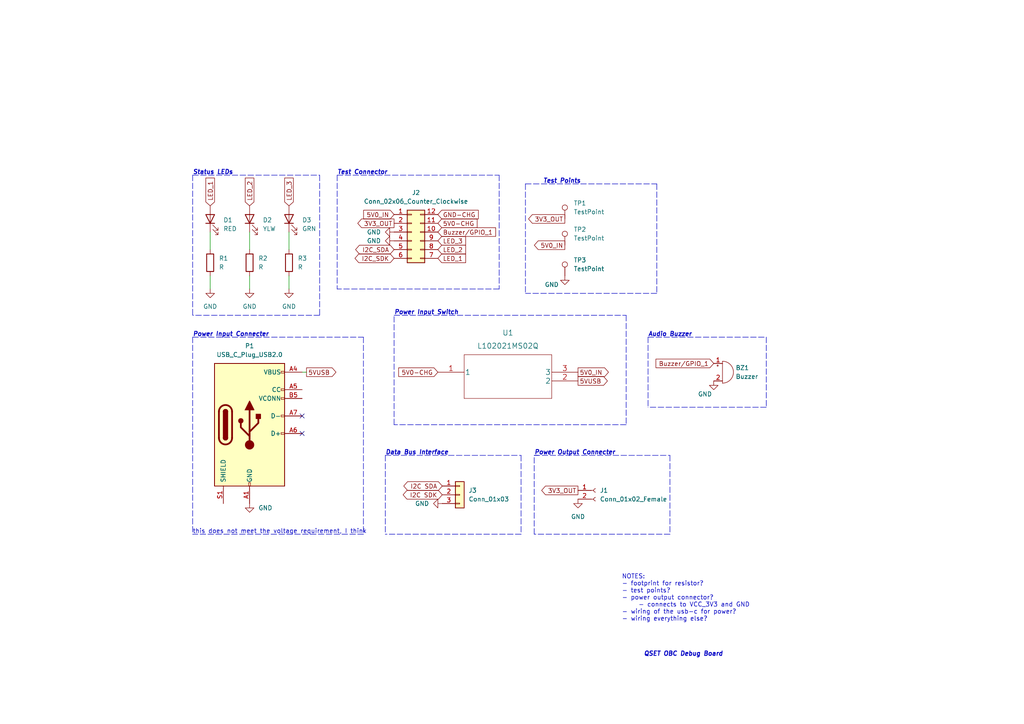
<source format=kicad_sch>
(kicad_sch (version 20211123) (generator eeschema)
  (paper "A4")
  (lib_symbols
    (symbol "Connector:Conn_01x02_Female" (pin_names (offset 1.016) hide)
      (property "Reference" "J" (at 0 2.54 0))
      (property "Value" "Conn_01x02_Female" (at 0 -5.08 0))
      (symbol "Conn_01x02_Female_1_1"
        (arc (start 0 -2.032) (mid -0.508 -2.54) (end 0 -3.048) (stroke (width 0.1524)))
        (polyline (pts (xy -1.27 -2.54) (xy -0.508 -2.54)) (stroke (width 0.1524)))
        (polyline (pts (xy -1.27 0) (xy -0.508 0)) (stroke (width 0.1524)))
        (arc (start 0 0.508) (mid -0.508 0) (end 0 -0.508) (stroke (width 0.1524)))
        (pin passive line (at -5.08 0 0) (length 3.81) (name "Pin_1") (number "1"))
        (pin passive line (at -5.08 -2.54 0) (length 3.81) (name "Pin_2") (number "2"))
      )
    )
    (symbol "Connector:TestPoint" (pin_numbers hide) (pin_names (offset 0.762) hide)
      (property "Reference" "TP" (at 0 6.858 0))
      (property "Value" "TestPoint" (at 0 5.08 0))
      (symbol "TestPoint_0_1"
        (circle (center 0 3.302) (radius 0.762))
      )
      (symbol "TestPoint_1_1"
        (pin passive line (at 0 0 90) (length 2.54) (name "1") (number "1"))
      )
    )
    (symbol "Connector:USB_C_Plug_USB2.0" (pin_names (offset 1.016))
      (property "Reference" "P" (at -10.16 19.05 0))
      (property "Value" "USB_C_Plug_USB2.0" (at 12.7 19.05 0))
      (symbol "USB_C_Plug_USB2.0_0_0"
        (rectangle (start -0.254 -17.78) (end 0.254 -16.764))
        (rectangle (start 10.16 -2.286) (end 9.144 -2.794))
        (rectangle (start 10.16 2.794) (end 9.144 2.286))
        (rectangle (start 10.16 7.874) (end 9.144 7.366))
        (rectangle (start 10.16 10.414) (end 9.144 9.906))
        (rectangle (start 10.16 15.494) (end 9.144 14.986))
      )
      (symbol "USB_C_Plug_USB2.0_0_1"
        (rectangle (start -10.16 17.78) (end 10.16 -17.78) (stroke (width 0.254)) (fill (type background)))
        (arc (start -8.89 -3.81) (mid -6.985 -5.715) (end -5.08 -3.81) (stroke (width 0.508)))
        (arc (start -7.62 -3.81) (mid -6.985 -4.445) (end -6.35 -3.81) (stroke (width 0.254)))
        (arc (start -7.62 -3.81) (mid -6.985 -4.445) (end -6.35 -3.81) (stroke (width 0.254)) (fill (type outline)))
        (rectangle (start -7.62 -3.81) (end -6.35 3.81) (stroke (width 0.254)) (fill (type outline)))
        (arc (start -6.35 3.81) (mid -6.985 4.445) (end -7.62 3.81) (stroke (width 0.254)))
        (arc (start -6.35 3.81) (mid -6.985 4.445) (end -7.62 3.81) (stroke (width 0.254)) (fill (type outline)))
        (arc (start -5.08 3.81) (mid -6.985 5.715) (end -8.89 3.81) (stroke (width 0.508)))
        (circle (center -2.54 1.143) (radius 0.635) (stroke (width 0.254)) (fill (type outline)))
        (circle (center 0 -5.842) (radius 1.27) (fill (type outline)))
        (polyline (pts (xy -8.89 -3.81) (xy -8.89 3.81)) (stroke (width 0.508)))
        (polyline (pts (xy -5.08 3.81) (xy -5.08 -3.81)) (stroke (width 0.508)))
        (polyline (pts (xy 0 -5.842) (xy 0 4.318)) (stroke (width 0.508)))
        (polyline (pts (xy 0 -3.302) (xy -2.54 -0.762) (xy -2.54 0.508)) (stroke (width 0.508)))
        (polyline (pts (xy 0 -2.032) (xy 2.54 0.508) (xy 2.54 1.778)) (stroke (width 0.508)))
        (polyline (pts (xy -1.27 4.318) (xy 0 6.858) (xy 1.27 4.318) (xy -1.27 4.318)) (stroke (width 0.254)) (fill (type outline)))
        (rectangle (start 1.905 1.778) (end 3.175 3.048) (stroke (width 0.254)) (fill (type outline)))
      )
      (symbol "USB_C_Plug_USB2.0_1_1"
        (pin passive line (at 0 -22.86 90) (length 5.08) (name "GND") (number "A1"))
        (pin passive line (at 0 -22.86 90) (length 5.08) hide (name "GND") (number "A12"))
        (pin passive line (at 15.24 15.24 180) (length 5.08) (name "VBUS") (number "A4"))
        (pin bidirectional line (at 15.24 10.16 180) (length 5.08) (name "CC") (number "A5"))
        (pin bidirectional line (at 15.24 -2.54 180) (length 5.08) (name "D+") (number "A6"))
        (pin bidirectional line (at 15.24 2.54 180) (length 5.08) (name "D-") (number "A7"))
        (pin passive line (at 15.24 15.24 180) (length 5.08) hide (name "VBUS") (number "A9"))
        (pin passive line (at 0 -22.86 90) (length 5.08) hide (name "GND") (number "B1"))
        (pin passive line (at 0 -22.86 90) (length 5.08) hide (name "GND") (number "B12"))
        (pin passive line (at 15.24 15.24 180) (length 5.08) hide (name "VBUS") (number "B4"))
        (pin bidirectional line (at 15.24 7.62 180) (length 5.08) (name "VCONN") (number "B5"))
        (pin passive line (at 15.24 15.24 180) (length 5.08) hide (name "VBUS") (number "B9"))
        (pin passive line (at -7.62 -22.86 90) (length 5.08) (name "SHIELD") (number "S1"))
      )
    )
    (symbol "Connector_Generic:Conn_01x03" (pin_names (offset 1.016) hide)
      (property "Reference" "J" (at 0 5.08 0))
      (property "Value" "Conn_01x03" (at 0 -5.08 0))
      (symbol "Conn_01x03_1_1"
        (rectangle (start -1.27 -2.413) (end 0 -2.667) (stroke (width 0.1524)))
        (rectangle (start -1.27 0.127) (end 0 -0.127) (stroke (width 0.1524)))
        (rectangle (start -1.27 2.667) (end 0 2.413) (stroke (width 0.1524)))
        (rectangle (start -1.27 3.81) (end 1.27 -3.81) (stroke (width 0.254)) (fill (type background)))
        (pin passive line (at -5.08 2.54 0) (length 3.81) (name "Pin_1") (number "1"))
        (pin passive line (at -5.08 0 0) (length 3.81) (name "Pin_2") (number "2"))
        (pin passive line (at -5.08 -2.54 0) (length 3.81) (name "Pin_3") (number "3"))
      )
    )
    (symbol "Connector_Generic:Conn_02x06_Counter_Clockwise" (pin_names (offset 1.016) hide)
      (property "Reference" "J" (at 1.27 7.62 0))
      (property "Value" "Conn_02x06_Counter_Clockwise" (at 1.27 -10.16 0))
      (symbol "Conn_02x06_Counter_Clockwise_1_1"
        (rectangle (start -1.27 -7.493) (end 0 -7.747) (stroke (width 0.1524)))
        (rectangle (start -1.27 -4.953) (end 0 -5.207) (stroke (width 0.1524)))
        (rectangle (start -1.27 -2.413) (end 0 -2.667) (stroke (width 0.1524)))
        (rectangle (start -1.27 0.127) (end 0 -0.127) (stroke (width 0.1524)))
        (rectangle (start -1.27 2.667) (end 0 2.413) (stroke (width 0.1524)))
        (rectangle (start -1.27 5.207) (end 0 4.953) (stroke (width 0.1524)))
        (rectangle (start -1.27 6.35) (end 3.81 -8.89) (stroke (width 0.254)) (fill (type background)))
        (rectangle (start 3.81 -7.493) (end 2.54 -7.747) (stroke (width 0.1524)))
        (rectangle (start 3.81 -4.953) (end 2.54 -5.207) (stroke (width 0.1524)))
        (rectangle (start 3.81 -2.413) (end 2.54 -2.667) (stroke (width 0.1524)))
        (rectangle (start 3.81 0.127) (end 2.54 -0.127) (stroke (width 0.1524)))
        (rectangle (start 3.81 2.667) (end 2.54 2.413) (stroke (width 0.1524)))
        (rectangle (start 3.81 5.207) (end 2.54 4.953) (stroke (width 0.1524)))
        (pin passive line (at -5.08 5.08 0) (length 3.81) (name "Pin_1") (number "1"))
        (pin passive line (at 7.62 0 180) (length 3.81) (name "Pin_10") (number "10"))
        (pin passive line (at 7.62 2.54 180) (length 3.81) (name "Pin_11") (number "11"))
        (pin passive line (at 7.62 5.08 180) (length 3.81) (name "Pin_12") (number "12"))
        (pin passive line (at -5.08 2.54 0) (length 3.81) (name "Pin_2") (number "2"))
        (pin passive line (at -5.08 0 0) (length 3.81) (name "Pin_3") (number "3"))
        (pin passive line (at -5.08 -2.54 0) (length 3.81) (name "Pin_4") (number "4"))
        (pin passive line (at -5.08 -5.08 0) (length 3.81) (name "Pin_5") (number "5"))
        (pin passive line (at -5.08 -7.62 0) (length 3.81) (name "Pin_6") (number "6"))
        (pin passive line (at 7.62 -7.62 180) (length 3.81) (name "Pin_7") (number "7"))
        (pin passive line (at 7.62 -5.08 180) (length 3.81) (name "Pin_8") (number "8"))
        (pin passive line (at 7.62 -2.54 180) (length 3.81) (name "Pin_9") (number "9"))
      )
    )
    (symbol "Daughterboard_Symbols:L102021MS02Q" (pin_names (offset 0.254))
      (property "Reference" "U" (at 20.32 10.16 0))
      (property "Value" "L102021MS02Q" (at 20.32 7.62 0))
      (symbol "L102021MS02Q_1_1"
        (polyline (pts (xy 7.62 -7.62) (xy 33.02 -7.62)) (stroke (width 0.127)))
        (polyline (pts (xy 7.62 5.08) (xy 7.62 -7.62)) (stroke (width 0.127)))
        (polyline (pts (xy 33.02 -7.62) (xy 33.02 5.08)) (stroke (width 0.127)))
        (polyline (pts (xy 33.02 5.08) (xy 7.62 5.08)) (stroke (width 0.127)))
        (pin unspecified line (at 0 0 0) (length 7.62) (name "1") (number "1"))
        (pin unspecified line (at 40.64 -2.54 180) (length 7.62) (name "2") (number "2"))
        (pin unspecified line (at 40.64 0 180) (length 7.62) (name "3") (number "3"))
      )
    )
    (symbol "Device:Buzzer" (pin_names (offset 0.0254) hide)
      (property "Reference" "BZ" (at 3.81 1.27 0))
      (property "Value" "Buzzer" (at 3.81 -1.27 0))
      (symbol "Buzzer_0_1"
        (arc (start 0 -3.175) (mid 3.175 0) (end 0 3.175))
        (polyline (pts (xy -1.651 1.905) (xy -1.143 1.905)))
        (polyline (pts (xy -1.397 2.159) (xy -1.397 1.651)))
        (polyline (pts (xy 0 3.175) (xy 0 -3.175)))
      )
      (symbol "Buzzer_1_1"
        (pin passive line (at -2.54 2.54 0) (length 2.54) (name "-") (number "1"))
        (pin passive line (at -2.54 -2.54 0) (length 2.54) (name "+") (number "2"))
      )
    )
    (symbol "Device:LED" (pin_numbers hide) (pin_names (offset 1.016) hide)
      (property "Reference" "D" (at 0 2.54 0))
      (property "Value" "LED" (at 0 -2.54 0))
      (symbol "LED_0_1"
        (polyline (pts (xy -1.27 -1.27) (xy -1.27 1.27)) (stroke (width 0.254)))
        (polyline (pts (xy -1.27 0) (xy 1.27 0)))
        (polyline (pts (xy 1.27 -1.27) (xy 1.27 1.27) (xy -1.27 0) (xy 1.27 -1.27)) (stroke (width 0.254)))
        (polyline (pts (xy -3.048 -0.762) (xy -4.572 -2.286) (xy -3.81 -2.286) (xy -4.572 -2.286) (xy -4.572 -1.524)))
        (polyline (pts (xy -1.778 -0.762) (xy -3.302 -2.286) (xy -2.54 -2.286) (xy -3.302 -2.286) (xy -3.302 -1.524)))
      )
      (symbol "LED_1_1"
        (pin passive line (at -3.81 0 0) (length 2.54) (name "K") (number "1"))
        (pin passive line (at 3.81 0 180) (length 2.54) (name "A") (number "2"))
      )
    )
    (symbol "Device:R" (pin_numbers hide) (pin_names (offset 0))
      (property "Reference" "R" (at 2.032 0 90))
      (property "Value" "R" (at 0 0 90))
      (symbol "R_0_1"
        (rectangle (start -1.016 -2.54) (end 1.016 2.54) (stroke (width 0.254)))
      )
      (symbol "R_1_1"
        (pin passive line (at 0 3.81 270) (length 1.27) (name "~") (number "1"))
        (pin passive line (at 0 -3.81 90) (length 1.27) (name "~") (number "2"))
      )
    )
    (symbol "power:GND" (power) (pin_names (offset 0))
      (property "Value" "GND" (at 0 -3.81 0))
      (symbol "GND_0_1"
        (polyline (pts (xy 0 0) (xy 0 -1.27) (xy 1.27 -1.27) (xy 0 -2.54) (xy -1.27 -1.27) (xy 0 -1.27)))
      )
      (symbol "GND_1_1"
        (pin power_in line (at 0 0 270) (length 0) hide (name "GND") (number "1"))
      )
    )
  )
  (no_connect (at 87.63 125.73))
  (no_connect (at 87.63 120.65))
  (polyline (pts (xy 154.94 132.08) (xy 156.21 132.08)))
  (polyline (pts (xy 187.96 97.79) (xy 222.25 97.79)))
  (polyline (pts (xy 152.4 53.34) (xy 152.4 85.09)))
  (polyline (pts (xy 55.88 97.79) (xy 55.88 154.94)))
  (polyline (pts (xy 154.94 132.08) (xy 194.31 132.08)))
  (polyline (pts (xy 111.76 132.08) (xy 111.76 154.94)))
  (polyline (pts (xy 55.88 50.8) (xy 92.71 50.8)))
  (polyline (pts (xy 114.3 91.44) (xy 181.61 91.44)))
  (wire (pts (xy 72.39 67.31) (xy 72.39 72.39)))
  (polyline (pts (xy 194.31 132.08) (xy 194.31 154.94)))
  (polyline (pts (xy 187.96 97.79) (xy 187.96 118.11)))
  (wire (pts (xy 60.96 67.31) (xy 60.96 72.39)))
  (polyline (pts (xy 194.31 154.94) (xy 154.94 154.94)))
  (wire (pts (xy 83.82 67.31) (xy 83.82 72.39)))
  (polyline (pts (xy 154.94 154.94) (xy 154.94 132.08)))
  (polyline (pts (xy 181.61 91.44) (xy 181.61 123.19)))
  (polyline (pts (xy 152.4 53.34) (xy 190.5 53.34)))
  (wire (pts (xy 83.82 83.82) (xy 83.82 80.01)))
  (polyline (pts (xy 111.76 132.08) (xy 151.13 132.08)))
  (polyline (pts (xy 181.61 123.19) (xy 114.3 123.19)))
  (wire (pts (xy 88.9 107.95) (xy 87.63 107.95)))
  (wire (pts (xy 60.96 83.82) (xy 60.96 80.01)))
  (polyline (pts (xy 151.13 154.94) (xy 111.76 154.94)))
  (polyline (pts (xy 55.88 97.79) (xy 105.41 97.79)))
  (polyline (pts (xy 190.5 85.09) (xy 152.4 85.09)))
  (polyline (pts (xy 144.78 50.8) (xy 144.78 83.82)))
  (polyline (pts (xy 92.71 50.8) (xy 92.71 91.44)))
  (polyline (pts (xy 92.71 91.44) (xy 55.88 91.44)))
  (polyline (pts (xy 151.13 132.08) (xy 151.13 154.94)))
  (polyline (pts (xy 55.88 50.8) (xy 55.88 91.44)))
  (polyline (pts (xy 222.25 118.11) (xy 187.96 118.11)))
  (polyline (pts (xy 114.3 123.19) (xy 114.3 91.44)))
  (polyline (pts (xy 105.41 154.94) (xy 55.88 154.94)))
  (polyline (pts (xy 97.79 50.8) (xy 144.78 50.8)))
  (wire (pts (xy 72.39 83.82) (xy 72.39 80.01)))
  (polyline (pts (xy 105.41 97.79) (xy 105.41 154.94)))
  (polyline (pts (xy 144.78 83.82) (xy 97.79 83.82)))
  (polyline (pts (xy 190.5 53.34) (xy 190.5 85.09)))
  (polyline (pts (xy 222.25 97.79) (xy 222.25 118.11)))
  (polyline (pts (xy 97.79 50.8) (xy 97.79 83.82)))
  (text "Status LEDs\n" (at 55.88 50.8 0) (effects (font (size 1.27 1.27) (thickness 0.254) bold italic) (justify left bottom)))
  (text "Power Output Connecter" (at 154.94 132.08 0) (effects (font (size 1.27 1.27) bold italic) (justify left bottom)))
  (text "Audio Buzzer\n" (at 187.96 97.79 0) (effects (font (size 1.27 1.27) bold italic) (justify left bottom)))
  (text "Power Input Switch\n" (at 114.3 91.44 0) (effects (font (size 1.27 1.27) (thickness 0.254) bold italic) (justify left bottom)))
  (text "Test Connector" (at 97.79 50.8 0) (effects (font (size 1.27 1.27) bold italic) (justify left bottom)))
  (text "NOTES: \n- footprint for resistor?\n- test points?\n- power output connector?\n	- connects to VCC_3V3 and GND\n- wiring of the usb-c for power?\n- wiring everything else?\n" (at 180.34 180.34 0) (effects (font (size 1.27 1.27)) (justify left bottom)))
  (text "this does not meet the voltage requirement, I think" (at 55.88 154.94 0) (effects (font (size 1.27 1.27)) (justify left bottom)))
  (text "Power Input Connecter" (at 55.88 97.79 0) (effects (font (size 1.27 1.27) (thickness 0.254) bold italic) (justify left bottom)))
  (text "QSET OBC Debug Board" (at 186.69 190.5 0) (effects (font (size 1.27 1.27) (thickness 0.254) bold italic) (justify left bottom)))
  (text "Data Bus Interface" (at 111.76 132.08 0) (effects (font (size 1.27 1.27) (thickness 0.254) bold italic) (justify left bottom)))
  (text "Test Points" (at 157.48 53.34 0) (effects (font (size 1.27 1.27) (thickness 0.254) bold italic) (justify left bottom)))
  (global_label "Buzzer{slash}GPIO_1" (shape input) (at 207.01 105.41 180) (property "Intersheet References" "${INTERSHEET_REFS}" (effects hide)))
  (global_label "I2C_SDK" (shape bidirectional) (at 114.3 74.93 180) (property "Intersheet References" "${INTERSHEET_REFS}" (effects hide)))
  (global_label "LED_3" (shape input) (at 127 69.85 0) (property "Intersheet References" "${INTERSHEET_REFS}" (effects hide)))
  (global_label "I2C SDK" (shape bidirectional) (at 128.27 143.51 180) (property "Intersheet References" "${INTERSHEET_REFS}" (effects hide)))
  (global_label "I2C_SDA" (shape bidirectional) (at 114.3 72.39 180) (property "Intersheet References" "${INTERSHEET_REFS}" (effects hide)))
  (global_label "LED_2" (shape input) (at 127 72.39 0) (property "Intersheet References" "${INTERSHEET_REFS}" (effects hide)))
  (global_label "3V3_OUT" (shape output) (at 167.64 142.24 180) (property "Intersheet References" "${INTERSHEET_REFS}" (effects hide)))
  (global_label "LED_1" (shape input) (at 127 74.93 0) (property "Intersheet References" "${INTERSHEET_REFS}" (effects hide)))
  (global_label "LED_1" (shape input) (at 60.96 59.69 90) (property "Intersheet References" "${INTERSHEET_REFS}" (effects hide)))
  (global_label "5VUSB" (shape output) (at 167.64 110.49 0) (property "Intersheet References" "${INTERSHEET_REFS}" (effects hide)))
  (global_label "5VUSB" (shape output) (at 88.9 107.95 0) (property "Intersheet References" "${INTERSHEET_REFS}" (effects hide)))
  (global_label "5V0-CHG" (shape input) (at 127 107.95 180) (property "Intersheet References" "${INTERSHEET_REFS}" (effects hide)))
  (global_label "LED_3" (shape input) (at 83.82 59.69 90) (property "Intersheet References" "${INTERSHEET_REFS}" (effects hide)))
  (global_label "5V0_IN" (shape output) (at 163.83 71.12 180) (property "Intersheet References" "${INTERSHEET_REFS}" (effects hide)))
  (global_label "3V3_OUT" (shape output) (at 114.3 64.77 180) (property "Intersheet References" "${INTERSHEET_REFS}" (effects hide)))
  (global_label "Buzzer{slash}GPIO_1" (shape input) (at 127 67.31 0) (property "Intersheet References" "${INTERSHEET_REFS}" (effects hide)))
  (global_label "5V0_IN" (shape input) (at 114.3 62.23 180) (property "Intersheet References" "${INTERSHEET_REFS}" (effects hide)))
  (global_label "5V0-CHG" (shape input) (at 127 64.77 0) (property "Intersheet References" "${INTERSHEET_REFS}" (effects hide)))
  (global_label "LED_2" (shape input) (at 72.39 59.69 90) (property "Intersheet References" "${INTERSHEET_REFS}" (effects hide)))
  (global_label "I2C SDA" (shape bidirectional) (at 128.27 140.97 180) (property "Intersheet References" "${INTERSHEET_REFS}" (effects hide)))
  (global_label "5V0_IN" (shape output) (at 167.64 107.95 0) (property "Intersheet References" "${INTERSHEET_REFS}" (effects hide)))
  (global_label "GND-CHG" (shape input) (at 127 62.23 0) (property "Intersheet References" "${INTERSHEET_REFS}" (effects hide)))
  (global_label "3V3_OUT" (shape output) (at 163.83 63.5 180) (property "Intersheet References" "${INTERSHEET_REFS}" (effects hide)))
  (symbol (lib_id "power:GND") (at 167.64 144.78 0) (unit 1)
    (property "Reference" "#PWR08" (effects hide))
    (property "Value" "GND" (at 167.64 149.86 0))
  )
  (symbol (lib_id "Device:LED") (at 60.96 63.5 90) (unit 1)
    (property "Reference" "D1" (at 64.77 63.8174 90) (effects (justify right)))
    (property "Value" "RED" (at 64.77 66.3574 90) (effects (justify right)))
    (property "Footprint" "LED_THT:LED_D3.0mm" (effects hide))
  )
  (symbol (lib_id "Connector:TestPoint") (at 163.83 63.5 0) (unit 1)
    (property "Reference" "TP1" (at 166.37 58.9279 0) (effects (justify left)))
    (property "Value" "TestPoint" (at 166.37 61.4679 0) (effects (justify left)))
  )
  (symbol (lib_id "Connector_Generic:Conn_01x03") (at 133.35 143.51 0) (unit 1)
    (property "Reference" "J3" (at 135.89 142.2399 0) (effects (justify left)))
    (property "Value" "Conn_01x03" (at 135.89 144.7799 0) (effects (justify left)))
  )
  (symbol (lib_id "Device:LED") (at 72.39 63.5 90) (unit 1)
    (property "Reference" "D2" (at 76.2 63.8174 90) (effects (justify right)))
    (property "Value" "YLW" (at 76.2 66.3574 90) (effects (justify right)))
    (property "Footprint" "LED_THT:LED_D3.0mm" (effects hide))
  )
  (symbol (lib_id "Device:R") (at 83.82 76.2 0) (unit 1)
    (property "Reference" "R3" (at 86.36 74.9299 0) (effects (justify left)))
    (property "Value" "R" (at 86.36 77.4699 0) (effects (justify left)))
    (property "Footprint" "Resistor_THT:R_Axial_DIN0207_L6.3mm_D2.5mm_P7.62mm_Horizontal" (effects hide))
  )
  (symbol (lib_id "Connector:Conn_01x02_Female") (at 172.72 142.24 0) (unit 1)
    (property "Reference" "J1" (at 173.99 142.2399 0) (effects (justify left)))
    (property "Value" "Conn_01x02_Female" (at 173.99 144.7799 0) (effects (justify left)))
    (property "Footprint" "Connector_PinSocket_2.54mm:PinSocket_1x02_P2.54mm_Horizontal" (effects hide))
  )
  (symbol (lib_id "Device:R") (at 72.39 76.2 0) (unit 1)
    (property "Reference" "R2" (at 74.93 74.9299 0) (effects (justify left)))
    (property "Value" "R" (at 74.93 77.4699 0) (effects (justify left)))
    (property "Footprint" "Resistor_THT:R_Axial_DIN0207_L6.3mm_D2.5mm_P7.62mm_Horizontal" (effects hide))
  )
  (symbol (lib_id "power:GND") (at 83.82 83.82 0) (unit 1)
    (property "Reference" "#PWR03" (effects hide))
    (property "Value" "GND" (at 83.82 88.9 0))
  )
  (symbol (lib_id "Device:R") (at 60.96 76.2 0) (unit 1)
    (property "Reference" "R1" (at 63.5 74.9299 0) (effects (justify left)))
    (property "Value" "R" (at 63.5 77.4699 0) (effects (justify left)))
    (property "Footprint" "Resistor_THT:R_Axial_DIN0207_L6.3mm_D2.5mm_P7.62mm_Horizontal" (effects hide))
  )
  (symbol (lib_id "Connector:USB_C_Plug_USB2.0") (at 72.39 123.19 0) (unit 1)
    (property "Reference" "P1" (at 72.39 100.33 0))
    (property "Value" "USB_C_Plug_USB2.0" (at 72.39 102.87 0))
    (property "Footprint" "Connector_USB:USB_C_Receptacle_JAE_DX07S016JA1R1500" (effects hide))
    (property "Datasheet" "https://www.usb.org/sites/default/files/documents/usb_type-c.zip" (effects hide))
  )
  (symbol (lib_id "Device:Buzzer") (at 209.55 107.95 0) (unit 1)
    (property "Reference" "BZ1" (at 213.36 106.6799 0) (effects (justify left)))
    (property "Value" "Buzzer" (at 213.36 109.2199 0) (effects (justify left)))
    (property "Footprint" "Daughterboard_footprints:XDCR_CMT-8504-100-SMT-TR" (effects hide))
  )
  (symbol (lib_id "power:GND") (at 128.27 146.05 270) (unit 1)
    (property "Reference" "#PWR04" (effects hide))
    (property "Value" "GND" (at 124.46 146.0499 90) (effects (justify right)))
  )
  (symbol (lib_id "power:GND") (at 72.39 83.82 0) (unit 1)
    (property "Reference" "#PWR02" (effects hide))
    (property "Value" "GND" (at 72.39 88.9 0))
  )
  (symbol (lib_id "power:GND") (at 72.39 146.05 0) (unit 1)
    (property "Reference" "#PWR07" (effects hide))
    (property "Value" "GND" (at 74.93 147.3199 0) (effects (justify left)))
  )
  (symbol (lib_id "Connector:TestPoint") (at 163.83 71.12 0) (unit 1)
    (property "Reference" "TP2" (at 166.37 66.5479 0) (effects (justify left)))
    (property "Value" "TestPoint" (at 166.37 69.0879 0) (effects (justify left)))
    (property "Footprint" "TestPoint:TestPoint_Pad_2.0x2.0mm" (effects hide))
  )
  (symbol (lib_id "Device:LED") (at 83.82 63.5 90) (unit 1)
    (property "Reference" "D3" (at 87.63 63.8174 90) (effects (justify right)))
    (property "Value" "GRN" (at 87.63 66.3574 90) (effects (justify right)))
    (property "Footprint" "LED_THT:LED_D3.0mm" (effects hide))
  )
  (symbol (lib_id "power:GND") (at 60.96 83.82 0) (unit 1)
    (property "Reference" "#PWR01" (effects hide))
    (property "Value" "GND" (at 60.96 88.9 0))
  )
  (symbol (lib_id "Connector_Generic:Conn_02x06_Counter_Clockwise") (at 119.38 67.31 0) (unit 1)
    (property "Reference" "J2" (at 120.65 55.88 0))
    (property "Value" "Conn_02x06_Counter_Clockwise" (at 120.65 58.42 0))
    (property "Footprint" "Connector_PinHeader_2.54mm:PinHeader_2x06_P2.54mm_Horizontal" (effects hide))
  )
  (symbol (lib_id "Daughterboard_Symbols:L102021MS02Q") (at 127 107.95 0) (unit 1)
    (property "Reference" "U1" (at 147.32 96.52 0) (effects (font (size 1.524 1.524))))
    (property "Value" "L102021MS02Q" (at 147.32 100.33 0) (effects (font (size 1.524 1.524))))
    (property "Footprint" "Daughterboard_footprints:L102021MS02Q" (effects hide))
  )
  (symbol (lib_id "power:GND") (at 207.01 110.49 0) (unit 1)
    (property "Reference" "#PWR0101" (effects hide))
    (property "Value" "GND" (at 204.47 114.3 0))
  )
  (symbol (lib_id "power:GND") (at 114.3 69.85 270) (unit 1)
    (property "Reference" "#PWR06" (effects hide))
    (property "Value" "GND" (at 110.49 69.8499 90) (effects (justify right)))
  )
  (symbol (lib_id "Connector:TestPoint") (at 163.83 80.01 0) (unit 1)
    (property "Reference" "TP3" (at 166.37 75.4379 0) (effects (justify left)))
    (property "Value" "TestPoint" (at 166.37 77.9779 0) (effects (justify left)))
    (property "Footprint" "TestPoint:TestPoint_Pad_2.0x2.0mm" (effects hide))
  )
  (symbol (lib_id "power:GND") (at 114.3 67.31 270) (unit 1)
    (property "Reference" "#PWR05" (effects hide))
    (property "Value" "GND" (at 110.49 67.3099 90) (effects (justify right)))
  )
  (symbol (lib_id "power:GND") (at 163.83 80.01 0) (unit 1)
    (property "Reference" "#PWR09" (effects hide))
    (property "Value" "GND" (at 160.02 82.55 0))
  )
)
</source>
